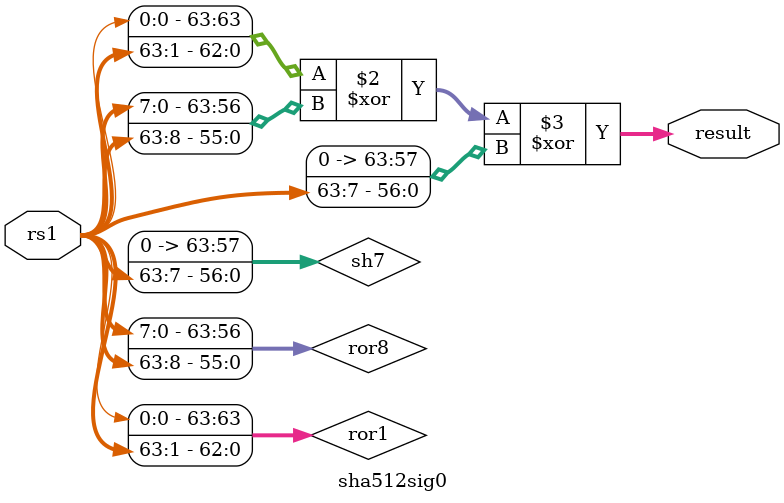
<source format=sv>

module sha512sig0(
   input  logic [63:0] rs1, 
   output logic [63:0] result
);

   logic [63:0] ror1;
   logic [63:0] ror8;
   logic [63:0] sh7;
   
   assign ror1 = {rs1[0], rs1[63:1]};
   assign ror8 = {rs1[7:0], rs1[63:8]};
   assign sh7  = rs1 >> 7;
   
   // Assign output to xor of 3 rotates
   assign result = ror1 ^ ror8 ^ sh7;  
endmodule

</source>
